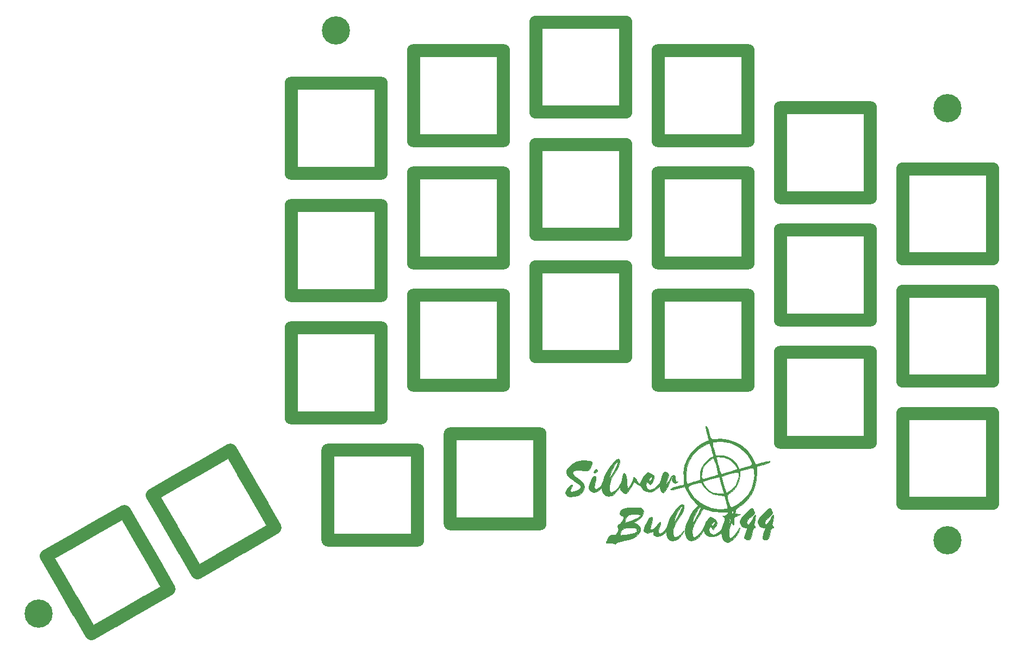
<source format=gtl>
G04 #@! TF.GenerationSoftware,KiCad,Pcbnew,5.1.5+dfsg1-2build2*
G04 #@! TF.CreationDate,2020-09-19T22:34:38+09:00*
G04 #@! TF.ProjectId,toppcb,746f7070-6362-42e6-9b69-6361645f7063,rev?*
G04 #@! TF.SameCoordinates,Original*
G04 #@! TF.FileFunction,Copper,L1,Top*
G04 #@! TF.FilePolarity,Positive*
%FSLAX46Y46*%
G04 Gerber Fmt 4.6, Leading zero omitted, Abs format (unit mm)*
G04 Created by KiCad (PCBNEW 5.1.5+dfsg1-2build2) date 2020-09-19 22:34:38*
%MOMM*%
%LPD*%
G04 APERTURE LIST*
%ADD10C,0.010000*%
%ADD11C,2.000000*%
%ADD12O,2.000000X8.000000*%
%ADD13O,8.000000X2.000000*%
%ADD14C,0.700000*%
%ADD15C,4.400000*%
G04 APERTURE END LIST*
D10*
G36*
X103504614Y-84279014D02*
G01*
X103568548Y-84444285D01*
X103440592Y-84628264D01*
X103207248Y-84801432D01*
X103039729Y-84822074D01*
X102997000Y-84733273D01*
X103065270Y-84560713D01*
X103178950Y-84384023D01*
X103355968Y-84223122D01*
X103504614Y-84279014D01*
G37*
X103504614Y-84279014D02*
X103568548Y-84444285D01*
X103440592Y-84628264D01*
X103207248Y-84801432D01*
X103039729Y-84822074D01*
X102997000Y-84733273D01*
X103065270Y-84560713D01*
X103178950Y-84384023D01*
X103355968Y-84223122D01*
X103504614Y-84279014D01*
G36*
X106867660Y-82629983D02*
G01*
X107051999Y-82815277D01*
X107057017Y-83163627D01*
X106881677Y-83678770D01*
X106524943Y-84364441D01*
X106270666Y-84784445D01*
X105926114Y-85342872D01*
X105696426Y-85754205D01*
X105555975Y-86082956D01*
X105479132Y-86393637D01*
X105440268Y-86750762D01*
X105430918Y-86898268D01*
X105428298Y-87448088D01*
X105508005Y-87765565D01*
X105685291Y-87863341D01*
X105975410Y-87754056D01*
X106241794Y-87570309D01*
X106838243Y-86970684D01*
X107249302Y-86215004D01*
X107451375Y-85492974D01*
X107538117Y-85064260D01*
X107606314Y-84845791D01*
X107683497Y-84798024D01*
X107797199Y-84881419D01*
X107844622Y-84928178D01*
X107981222Y-85134384D01*
X108069238Y-85460838D01*
X108122336Y-85965637D01*
X108133230Y-86155174D01*
X108165126Y-86631313D01*
X108204648Y-87001476D01*
X108244291Y-87198965D01*
X108252174Y-87212508D01*
X108354538Y-87164085D01*
X108523647Y-86949394D01*
X108722025Y-86633800D01*
X108912197Y-86282670D01*
X109056689Y-85961368D01*
X109118026Y-85735260D01*
X109116624Y-85704692D01*
X109134389Y-85493381D01*
X109257794Y-85457800D01*
X109435849Y-85573724D01*
X109617563Y-85816927D01*
X109693981Y-85979000D01*
X109896354Y-86356942D01*
X110098238Y-86482689D01*
X110285982Y-86356810D01*
X110445935Y-85979875D01*
X110448000Y-85972356D01*
X111565394Y-85972356D01*
X111708405Y-86042134D01*
X111872397Y-85934650D01*
X111991477Y-85711321D01*
X112014000Y-85554227D01*
X112014000Y-85287555D01*
X111744587Y-85556967D01*
X111580530Y-85790785D01*
X111565394Y-85972356D01*
X110448000Y-85972356D01*
X110454897Y-85947250D01*
X110644037Y-85504467D01*
X110926771Y-85099144D01*
X110989071Y-85034648D01*
X111243725Y-84805654D01*
X111426223Y-84731834D01*
X111647371Y-84792174D01*
X111827247Y-84875710D01*
X112136312Y-85060732D01*
X112331253Y-85246739D01*
X112349110Y-85280595D01*
X112370026Y-85640219D01*
X112226719Y-86067522D01*
X112033987Y-86366854D01*
X111796752Y-86659827D01*
X111561957Y-86385606D01*
X111366272Y-86211496D01*
X111239862Y-86250305D01*
X111228025Y-86267442D01*
X111129557Y-86634901D01*
X111221973Y-87030103D01*
X111372110Y-87242110D01*
X111598768Y-87405160D01*
X111864815Y-87412178D01*
X112031627Y-87370944D01*
X112364499Y-87212271D01*
X112733683Y-86944365D01*
X113074338Y-86627215D01*
X113321623Y-86320810D01*
X113411000Y-86094809D01*
X113448625Y-85856600D01*
X113544856Y-85481268D01*
X113620792Y-85231583D01*
X113811975Y-84787401D01*
X114024849Y-84591413D01*
X114270813Y-84638025D01*
X114470816Y-84814250D01*
X114618953Y-85012577D01*
X114664978Y-85217334D01*
X114605208Y-85499427D01*
X114435962Y-85929765D01*
X114409698Y-85991071D01*
X114242958Y-86422719D01*
X114197924Y-86640527D01*
X114261654Y-86646031D01*
X114421207Y-86440764D01*
X114663642Y-86026263D01*
X114700866Y-85956533D01*
X114975825Y-85486064D01*
X115196887Y-85228131D01*
X115379500Y-85153500D01*
X115545423Y-85199057D01*
X115633147Y-85377992D01*
X115673069Y-85703836D01*
X115714444Y-86044748D01*
X115791174Y-86183452D01*
X115927069Y-86173224D01*
X116070074Y-86131363D01*
X116022047Y-86211350D01*
X115941797Y-86294303D01*
X115688213Y-86427892D01*
X115452686Y-86355705D01*
X115275053Y-86125032D01*
X115195151Y-85783163D01*
X115231115Y-85450667D01*
X115259830Y-85270554D01*
X115208233Y-85290524D01*
X115098002Y-85478040D01*
X114950818Y-85800560D01*
X114879106Y-85979000D01*
X114537445Y-86808961D01*
X114246863Y-87398188D01*
X114003235Y-87753874D01*
X113802438Y-87883213D01*
X113787245Y-87884000D01*
X113528132Y-87769660D01*
X113345454Y-87473498D01*
X113283999Y-87106588D01*
X113284000Y-86820478D01*
X112934750Y-87146221D01*
X112434090Y-87536847D01*
X111962913Y-87726231D01*
X111649616Y-87757000D01*
X111063714Y-87672853D01*
X110656220Y-87426158D01*
X110471223Y-87122728D01*
X110321277Y-86857295D01*
X110141985Y-86741203D01*
X110135275Y-86741000D01*
X109911784Y-86658158D01*
X109635611Y-86455861D01*
X109605085Y-86427413D01*
X109277771Y-86113827D01*
X108770060Y-87030663D01*
X108464001Y-87542162D01*
X108220183Y-87848031D01*
X108011743Y-87980499D01*
X107971148Y-87989134D01*
X107663892Y-87923629D01*
X107366219Y-87698262D01*
X107153575Y-87392816D01*
X107101408Y-87087070D01*
X107104491Y-87072681D01*
X107142134Y-86887238D01*
X107092681Y-86931742D01*
X107019458Y-87050162D01*
X106852822Y-87280061D01*
X106583340Y-87609001D01*
X106378075Y-87843912D01*
X106068305Y-88162750D01*
X105817956Y-88327297D01*
X105534151Y-88386543D01*
X105338973Y-88392000D01*
X104954797Y-88360699D01*
X104707099Y-88232330D01*
X104529647Y-88023144D01*
X104349177Y-87692856D01*
X104267423Y-87391483D01*
X104267000Y-87374988D01*
X104253854Y-87218304D01*
X104181489Y-87199731D01*
X104000508Y-87331906D01*
X103818080Y-87489843D01*
X103363505Y-87796987D01*
X102950503Y-87866977D01*
X102544623Y-87705016D01*
X102517258Y-87686298D01*
X102294320Y-87414981D01*
X102235000Y-87043092D01*
X102286858Y-86651378D01*
X102420461Y-86200059D01*
X102602848Y-85768336D01*
X102801059Y-85435409D01*
X102966467Y-85285422D01*
X103214938Y-85273343D01*
X103328659Y-85457990D01*
X103293451Y-85812529D01*
X103276481Y-85872057D01*
X103113145Y-86514534D01*
X103062628Y-86984097D01*
X103116473Y-87236821D01*
X103302183Y-87349641D01*
X103559669Y-87274854D01*
X103846990Y-87051977D01*
X104122203Y-86720522D01*
X104343366Y-86320005D01*
X104452921Y-85977730D01*
X104579700Y-85573263D01*
X105412816Y-85573263D01*
X105412823Y-85573515D01*
X105471007Y-85578965D01*
X105620919Y-85399296D01*
X105836313Y-85074330D01*
X106090945Y-84643891D01*
X106358570Y-84147800D01*
X106379988Y-84106013D01*
X106609948Y-83612050D01*
X106727404Y-83265398D01*
X106733015Y-83085526D01*
X106627438Y-83091906D01*
X106411332Y-83304010D01*
X106355176Y-83372493D01*
X106194950Y-83629787D01*
X105994064Y-84028809D01*
X105783962Y-84496113D01*
X105596090Y-84958254D01*
X105461893Y-85341786D01*
X105412816Y-85573263D01*
X104579700Y-85573263D01*
X104605324Y-85491516D01*
X104858717Y-84942462D01*
X105183542Y-84371546D01*
X105550242Y-83819746D01*
X105929261Y-83328040D01*
X106291039Y-82937405D01*
X106606021Y-82688818D01*
X106844648Y-82623259D01*
X106867660Y-82629983D01*
G37*
X106867660Y-82629983D02*
X107051999Y-82815277D01*
X107057017Y-83163627D01*
X106881677Y-83678770D01*
X106524943Y-84364441D01*
X106270666Y-84784445D01*
X105926114Y-85342872D01*
X105696426Y-85754205D01*
X105555975Y-86082956D01*
X105479132Y-86393637D01*
X105440268Y-86750762D01*
X105430918Y-86898268D01*
X105428298Y-87448088D01*
X105508005Y-87765565D01*
X105685291Y-87863341D01*
X105975410Y-87754056D01*
X106241794Y-87570309D01*
X106838243Y-86970684D01*
X107249302Y-86215004D01*
X107451375Y-85492974D01*
X107538117Y-85064260D01*
X107606314Y-84845791D01*
X107683497Y-84798024D01*
X107797199Y-84881419D01*
X107844622Y-84928178D01*
X107981222Y-85134384D01*
X108069238Y-85460838D01*
X108122336Y-85965637D01*
X108133230Y-86155174D01*
X108165126Y-86631313D01*
X108204648Y-87001476D01*
X108244291Y-87198965D01*
X108252174Y-87212508D01*
X108354538Y-87164085D01*
X108523647Y-86949394D01*
X108722025Y-86633800D01*
X108912197Y-86282670D01*
X109056689Y-85961368D01*
X109118026Y-85735260D01*
X109116624Y-85704692D01*
X109134389Y-85493381D01*
X109257794Y-85457800D01*
X109435849Y-85573724D01*
X109617563Y-85816927D01*
X109693981Y-85979000D01*
X109896354Y-86356942D01*
X110098238Y-86482689D01*
X110285982Y-86356810D01*
X110445935Y-85979875D01*
X110448000Y-85972356D01*
X111565394Y-85972356D01*
X111708405Y-86042134D01*
X111872397Y-85934650D01*
X111991477Y-85711321D01*
X112014000Y-85554227D01*
X112014000Y-85287555D01*
X111744587Y-85556967D01*
X111580530Y-85790785D01*
X111565394Y-85972356D01*
X110448000Y-85972356D01*
X110454897Y-85947250D01*
X110644037Y-85504467D01*
X110926771Y-85099144D01*
X110989071Y-85034648D01*
X111243725Y-84805654D01*
X111426223Y-84731834D01*
X111647371Y-84792174D01*
X111827247Y-84875710D01*
X112136312Y-85060732D01*
X112331253Y-85246739D01*
X112349110Y-85280595D01*
X112370026Y-85640219D01*
X112226719Y-86067522D01*
X112033987Y-86366854D01*
X111796752Y-86659827D01*
X111561957Y-86385606D01*
X111366272Y-86211496D01*
X111239862Y-86250305D01*
X111228025Y-86267442D01*
X111129557Y-86634901D01*
X111221973Y-87030103D01*
X111372110Y-87242110D01*
X111598768Y-87405160D01*
X111864815Y-87412178D01*
X112031627Y-87370944D01*
X112364499Y-87212271D01*
X112733683Y-86944365D01*
X113074338Y-86627215D01*
X113321623Y-86320810D01*
X113411000Y-86094809D01*
X113448625Y-85856600D01*
X113544856Y-85481268D01*
X113620792Y-85231583D01*
X113811975Y-84787401D01*
X114024849Y-84591413D01*
X114270813Y-84638025D01*
X114470816Y-84814250D01*
X114618953Y-85012577D01*
X114664978Y-85217334D01*
X114605208Y-85499427D01*
X114435962Y-85929765D01*
X114409698Y-85991071D01*
X114242958Y-86422719D01*
X114197924Y-86640527D01*
X114261654Y-86646031D01*
X114421207Y-86440764D01*
X114663642Y-86026263D01*
X114700866Y-85956533D01*
X114975825Y-85486064D01*
X115196887Y-85228131D01*
X115379500Y-85153500D01*
X115545423Y-85199057D01*
X115633147Y-85377992D01*
X115673069Y-85703836D01*
X115714444Y-86044748D01*
X115791174Y-86183452D01*
X115927069Y-86173224D01*
X116070074Y-86131363D01*
X116022047Y-86211350D01*
X115941797Y-86294303D01*
X115688213Y-86427892D01*
X115452686Y-86355705D01*
X115275053Y-86125032D01*
X115195151Y-85783163D01*
X115231115Y-85450667D01*
X115259830Y-85270554D01*
X115208233Y-85290524D01*
X115098002Y-85478040D01*
X114950818Y-85800560D01*
X114879106Y-85979000D01*
X114537445Y-86808961D01*
X114246863Y-87398188D01*
X114003235Y-87753874D01*
X113802438Y-87883213D01*
X113787245Y-87884000D01*
X113528132Y-87769660D01*
X113345454Y-87473498D01*
X113283999Y-87106588D01*
X113284000Y-86820478D01*
X112934750Y-87146221D01*
X112434090Y-87536847D01*
X111962913Y-87726231D01*
X111649616Y-87757000D01*
X111063714Y-87672853D01*
X110656220Y-87426158D01*
X110471223Y-87122728D01*
X110321277Y-86857295D01*
X110141985Y-86741203D01*
X110135275Y-86741000D01*
X109911784Y-86658158D01*
X109635611Y-86455861D01*
X109605085Y-86427413D01*
X109277771Y-86113827D01*
X108770060Y-87030663D01*
X108464001Y-87542162D01*
X108220183Y-87848031D01*
X108011743Y-87980499D01*
X107971148Y-87989134D01*
X107663892Y-87923629D01*
X107366219Y-87698262D01*
X107153575Y-87392816D01*
X107101408Y-87087070D01*
X107104491Y-87072681D01*
X107142134Y-86887238D01*
X107092681Y-86931742D01*
X107019458Y-87050162D01*
X106852822Y-87280061D01*
X106583340Y-87609001D01*
X106378075Y-87843912D01*
X106068305Y-88162750D01*
X105817956Y-88327297D01*
X105534151Y-88386543D01*
X105338973Y-88392000D01*
X104954797Y-88360699D01*
X104707099Y-88232330D01*
X104529647Y-88023144D01*
X104349177Y-87692856D01*
X104267423Y-87391483D01*
X104267000Y-87374988D01*
X104253854Y-87218304D01*
X104181489Y-87199731D01*
X104000508Y-87331906D01*
X103818080Y-87489843D01*
X103363505Y-87796987D01*
X102950503Y-87866977D01*
X102544623Y-87705016D01*
X102517258Y-87686298D01*
X102294320Y-87414981D01*
X102235000Y-87043092D01*
X102286858Y-86651378D01*
X102420461Y-86200059D01*
X102602848Y-85768336D01*
X102801059Y-85435409D01*
X102966467Y-85285422D01*
X103214938Y-85273343D01*
X103328659Y-85457990D01*
X103293451Y-85812529D01*
X103276481Y-85872057D01*
X103113145Y-86514534D01*
X103062628Y-86984097D01*
X103116473Y-87236821D01*
X103302183Y-87349641D01*
X103559669Y-87274854D01*
X103846990Y-87051977D01*
X104122203Y-86720522D01*
X104343366Y-86320005D01*
X104452921Y-85977730D01*
X104579700Y-85573263D01*
X105412816Y-85573263D01*
X105412823Y-85573515D01*
X105471007Y-85578965D01*
X105620919Y-85399296D01*
X105836313Y-85074330D01*
X106090945Y-84643891D01*
X106358570Y-84147800D01*
X106379988Y-84106013D01*
X106609948Y-83612050D01*
X106727404Y-83265398D01*
X106733015Y-83085526D01*
X106627438Y-83091906D01*
X106411332Y-83304010D01*
X106355176Y-83372493D01*
X106194950Y-83629787D01*
X105994064Y-84028809D01*
X105783962Y-84496113D01*
X105596090Y-84958254D01*
X105461893Y-85341786D01*
X105412816Y-85573263D01*
X104579700Y-85573263D01*
X104605324Y-85491516D01*
X104858717Y-84942462D01*
X105183542Y-84371546D01*
X105550242Y-83819746D01*
X105929261Y-83328040D01*
X106291039Y-82937405D01*
X106606021Y-82688818D01*
X106844648Y-82623259D01*
X106867660Y-82629983D01*
G36*
X102134972Y-82899856D02*
G01*
X102499414Y-82969046D01*
X102687271Y-83070598D01*
X102688034Y-83071809D01*
X102708937Y-83296781D01*
X102629671Y-83639685D01*
X102484930Y-84003212D01*
X102309406Y-84290053D01*
X102224554Y-84371822D01*
X101972548Y-84480365D01*
X101635887Y-84470149D01*
X101434447Y-84429816D01*
X100898108Y-84360955D01*
X100367602Y-84381953D01*
X99934356Y-84484415D01*
X99756187Y-84583918D01*
X99645731Y-84763500D01*
X99722767Y-84985419D01*
X100001955Y-85270688D01*
X100488804Y-85634026D01*
X101081142Y-86124966D01*
X101421812Y-86611171D01*
X101512944Y-87098060D01*
X101356665Y-87591052D01*
X101296606Y-87689794D01*
X100950997Y-88078751D01*
X100491122Y-88323360D01*
X99854685Y-88456109D01*
X99819477Y-88460131D01*
X99342346Y-88487304D01*
X99022836Y-88431508D01*
X98837750Y-88330474D01*
X98624792Y-88102000D01*
X98551999Y-87901817D01*
X98626969Y-87660502D01*
X98814726Y-87336762D01*
X99059539Y-87005086D01*
X99305679Y-86739964D01*
X99497417Y-86615886D01*
X99515486Y-86614000D01*
X99672745Y-86669757D01*
X99634351Y-86851046D01*
X99500460Y-87051023D01*
X99309425Y-87396882D01*
X99327575Y-87626369D01*
X99533106Y-87728745D01*
X99904209Y-87693273D01*
X100419081Y-87509214D01*
X100425250Y-87506420D01*
X100778979Y-87304670D01*
X100938877Y-87092668D01*
X100896610Y-86850400D01*
X100643845Y-86557853D01*
X100172248Y-86195013D01*
X99767456Y-85926709D01*
X99280369Y-85559702D01*
X98938332Y-85188857D01*
X98853823Y-85047261D01*
X98729530Y-84738874D01*
X98733498Y-84506474D01*
X98860254Y-84218879D01*
X99219656Y-83753282D01*
X99754715Y-83341530D01*
X100387090Y-83037180D01*
X100733895Y-82937954D01*
X101177037Y-82879160D01*
X101669122Y-82868178D01*
X102134972Y-82899856D01*
G37*
X102134972Y-82899856D02*
X102499414Y-82969046D01*
X102687271Y-83070598D01*
X102688034Y-83071809D01*
X102708937Y-83296781D01*
X102629671Y-83639685D01*
X102484930Y-84003212D01*
X102309406Y-84290053D01*
X102224554Y-84371822D01*
X101972548Y-84480365D01*
X101635887Y-84470149D01*
X101434447Y-84429816D01*
X100898108Y-84360955D01*
X100367602Y-84381953D01*
X99934356Y-84484415D01*
X99756187Y-84583918D01*
X99645731Y-84763500D01*
X99722767Y-84985419D01*
X100001955Y-85270688D01*
X100488804Y-85634026D01*
X101081142Y-86124966D01*
X101421812Y-86611171D01*
X101512944Y-87098060D01*
X101356665Y-87591052D01*
X101296606Y-87689794D01*
X100950997Y-88078751D01*
X100491122Y-88323360D01*
X99854685Y-88456109D01*
X99819477Y-88460131D01*
X99342346Y-88487304D01*
X99022836Y-88431508D01*
X98837750Y-88330474D01*
X98624792Y-88102000D01*
X98551999Y-87901817D01*
X98626969Y-87660502D01*
X98814726Y-87336762D01*
X99059539Y-87005086D01*
X99305679Y-86739964D01*
X99497417Y-86615886D01*
X99515486Y-86614000D01*
X99672745Y-86669757D01*
X99634351Y-86851046D01*
X99500460Y-87051023D01*
X99309425Y-87396882D01*
X99327575Y-87626369D01*
X99533106Y-87728745D01*
X99904209Y-87693273D01*
X100419081Y-87509214D01*
X100425250Y-87506420D01*
X100778979Y-87304670D01*
X100938877Y-87092668D01*
X100896610Y-86850400D01*
X100643845Y-86557853D01*
X100172248Y-86195013D01*
X99767456Y-85926709D01*
X99280369Y-85559702D01*
X98938332Y-85188857D01*
X98853823Y-85047261D01*
X98729530Y-84738874D01*
X98733498Y-84506474D01*
X98860254Y-84218879D01*
X99219656Y-83753282D01*
X99754715Y-83341530D01*
X100387090Y-83037180D01*
X100733895Y-82937954D01*
X101177037Y-82879160D01*
X101669122Y-82868178D01*
X102134972Y-82899856D01*
G36*
X130574625Y-90397048D02*
G01*
X130678531Y-90542650D01*
X130802441Y-90945484D01*
X130691626Y-91287882D01*
X130377556Y-91576574D01*
X130037344Y-91864701D01*
X129765375Y-92193026D01*
X129606021Y-92496545D01*
X129603656Y-92710253D01*
X129603661Y-92710260D01*
X129790899Y-92851749D01*
X130017157Y-92755063D01*
X130268747Y-92430501D01*
X130453703Y-92070801D01*
X130647014Y-91683664D01*
X130818702Y-91410538D01*
X130926778Y-91313000D01*
X130996238Y-91424003D01*
X130984655Y-91723366D01*
X130897446Y-92160615D01*
X130798416Y-92508721D01*
X130748699Y-92837198D01*
X130870823Y-93087302D01*
X130892479Y-93111971D01*
X131029589Y-93284379D01*
X130975778Y-93340352D01*
X130845915Y-93345000D01*
X130657945Y-93407886D01*
X130547509Y-93636258D01*
X130509845Y-93821250D01*
X130381875Y-94482043D01*
X130247440Y-94919389D01*
X130093144Y-95163742D01*
X129905592Y-95245561D01*
X129883280Y-95245960D01*
X129558238Y-95172681D01*
X129399233Y-95086359D01*
X129277542Y-94948462D01*
X129264915Y-94747445D01*
X129345311Y-94423649D01*
X129481073Y-94022517D01*
X129624118Y-93680236D01*
X129649296Y-93630750D01*
X129734774Y-93426477D01*
X129646536Y-93352747D01*
X129449218Y-93343055D01*
X129055855Y-93287259D01*
X128797332Y-93083702D01*
X128670012Y-92877099D01*
X128555406Y-92579895D01*
X128560128Y-92294029D01*
X128702996Y-91970620D01*
X129002829Y-91560785D01*
X129317750Y-91194538D01*
X129779422Y-90706031D01*
X130126394Y-90418136D01*
X130383263Y-90319069D01*
X130574625Y-90397048D01*
G37*
X130574625Y-90397048D02*
X130678531Y-90542650D01*
X130802441Y-90945484D01*
X130691626Y-91287882D01*
X130377556Y-91576574D01*
X130037344Y-91864701D01*
X129765375Y-92193026D01*
X129606021Y-92496545D01*
X129603656Y-92710253D01*
X129603661Y-92710260D01*
X129790899Y-92851749D01*
X130017157Y-92755063D01*
X130268747Y-92430501D01*
X130453703Y-92070801D01*
X130647014Y-91683664D01*
X130818702Y-91410538D01*
X130926778Y-91313000D01*
X130996238Y-91424003D01*
X130984655Y-91723366D01*
X130897446Y-92160615D01*
X130798416Y-92508721D01*
X130748699Y-92837198D01*
X130870823Y-93087302D01*
X130892479Y-93111971D01*
X131029589Y-93284379D01*
X130975778Y-93340352D01*
X130845915Y-93345000D01*
X130657945Y-93407886D01*
X130547509Y-93636258D01*
X130509845Y-93821250D01*
X130381875Y-94482043D01*
X130247440Y-94919389D01*
X130093144Y-95163742D01*
X129905592Y-95245561D01*
X129883280Y-95245960D01*
X129558238Y-95172681D01*
X129399233Y-95086359D01*
X129277542Y-94948462D01*
X129264915Y-94747445D01*
X129345311Y-94423649D01*
X129481073Y-94022517D01*
X129624118Y-93680236D01*
X129649296Y-93630750D01*
X129734774Y-93426477D01*
X129646536Y-93352747D01*
X129449218Y-93343055D01*
X129055855Y-93287259D01*
X128797332Y-93083702D01*
X128670012Y-92877099D01*
X128555406Y-92579895D01*
X128560128Y-92294029D01*
X128702996Y-91970620D01*
X129002829Y-91560785D01*
X129317750Y-91194538D01*
X129779422Y-90706031D01*
X130126394Y-90418136D01*
X130383263Y-90319069D01*
X130574625Y-90397048D01*
G36*
X127783361Y-90399562D02*
G01*
X127884531Y-90542650D01*
X128011521Y-90950738D01*
X127901451Y-91287597D01*
X127584640Y-91558878D01*
X127206650Y-91851051D01*
X126940066Y-92168659D01*
X126802329Y-92466674D01*
X126810877Y-92700068D01*
X126983151Y-92823811D01*
X127091264Y-92832801D01*
X127292351Y-92708011D01*
X127530651Y-92338012D01*
X127659703Y-92070801D01*
X127850632Y-91683943D01*
X128016405Y-91410859D01*
X128116986Y-91313000D01*
X128159896Y-91423487D01*
X128155312Y-91701700D01*
X128112406Y-92067768D01*
X128040350Y-92441818D01*
X127954402Y-92728903D01*
X127948621Y-92946993D01*
X128007341Y-93022149D01*
X128136128Y-93184675D01*
X128074658Y-93320086D01*
X127966633Y-93345000D01*
X127825349Y-93460819D01*
X127715903Y-93763653D01*
X127704477Y-93821250D01*
X127565931Y-94485517D01*
X127425033Y-94925035D01*
X127268960Y-95168835D01*
X127084886Y-95245952D01*
X127075147Y-95245960D01*
X126755875Y-95166405D01*
X126577818Y-95066313D01*
X126459140Y-94958209D01*
X126420932Y-94828442D01*
X126468739Y-94611677D01*
X126608105Y-94242582D01*
X126658305Y-94117852D01*
X126970474Y-93345000D01*
X126635987Y-93343055D01*
X126248773Y-93282904D01*
X125990169Y-93065736D01*
X125876012Y-92877099D01*
X125761933Y-92582536D01*
X125765458Y-92299232D01*
X125905370Y-91978103D01*
X126200450Y-91570065D01*
X126519835Y-91194563D01*
X126981089Y-90702655D01*
X127329645Y-90413725D01*
X127589178Y-90316464D01*
X127783361Y-90399562D01*
G37*
X127783361Y-90399562D02*
X127884531Y-90542650D01*
X128011521Y-90950738D01*
X127901451Y-91287597D01*
X127584640Y-91558878D01*
X127206650Y-91851051D01*
X126940066Y-92168659D01*
X126802329Y-92466674D01*
X126810877Y-92700068D01*
X126983151Y-92823811D01*
X127091264Y-92832801D01*
X127292351Y-92708011D01*
X127530651Y-92338012D01*
X127659703Y-92070801D01*
X127850632Y-91683943D01*
X128016405Y-91410859D01*
X128116986Y-91313000D01*
X128159896Y-91423487D01*
X128155312Y-91701700D01*
X128112406Y-92067768D01*
X128040350Y-92441818D01*
X127954402Y-92728903D01*
X127948621Y-92946993D01*
X128007341Y-93022149D01*
X128136128Y-93184675D01*
X128074658Y-93320086D01*
X127966633Y-93345000D01*
X127825349Y-93460819D01*
X127715903Y-93763653D01*
X127704477Y-93821250D01*
X127565931Y-94485517D01*
X127425033Y-94925035D01*
X127268960Y-95168835D01*
X127084886Y-95245952D01*
X127075147Y-95245960D01*
X126755875Y-95166405D01*
X126577818Y-95066313D01*
X126459140Y-94958209D01*
X126420932Y-94828442D01*
X126468739Y-94611677D01*
X126608105Y-94242582D01*
X126658305Y-94117852D01*
X126970474Y-93345000D01*
X126635987Y-93343055D01*
X126248773Y-93282904D01*
X125990169Y-93065736D01*
X125876012Y-92877099D01*
X125761933Y-92582536D01*
X125765458Y-92299232D01*
X125905370Y-91978103D01*
X126200450Y-91570065D01*
X126519835Y-91194563D01*
X126981089Y-90702655D01*
X127329645Y-90413725D01*
X127589178Y-90316464D01*
X127783361Y-90399562D01*
G36*
X117019623Y-89829526D02*
G01*
X117058163Y-90146031D01*
X116911025Y-90630729D01*
X116578792Y-91281685D01*
X116071344Y-92083258D01*
X115791400Y-92548522D01*
X115557243Y-93029149D01*
X115443880Y-93341730D01*
X115368454Y-93804090D01*
X115373213Y-94259468D01*
X115450647Y-94625195D01*
X115577235Y-94809971D01*
X115767827Y-94798403D01*
X116065087Y-94656597D01*
X116394526Y-94432354D01*
X116681654Y-94173477D01*
X116800188Y-94025170D01*
X116960888Y-93825084D01*
X117061557Y-93778224D01*
X117038257Y-93917069D01*
X116882817Y-94178347D01*
X116639467Y-94501701D01*
X116352433Y-94826778D01*
X116149708Y-95022588D01*
X115688197Y-95305805D01*
X115216793Y-95381597D01*
X114792996Y-95249245D01*
X114563217Y-95042372D01*
X114375233Y-94693345D01*
X114300000Y-94343076D01*
X114300000Y-93978406D01*
X113772945Y-94360203D01*
X113278514Y-94638926D01*
X112845517Y-94735362D01*
X112510352Y-94654792D01*
X112309414Y-94402497D01*
X112268000Y-94141838D01*
X112253044Y-93949827D01*
X112161585Y-93916792D01*
X111923737Y-94024539D01*
X111888095Y-94042933D01*
X111462278Y-94172147D01*
X111093275Y-94122295D01*
X110845089Y-93908703D01*
X110794007Y-93780954D01*
X110814421Y-93501774D01*
X110945858Y-93092259D01*
X111151608Y-92628697D01*
X111394965Y-92187373D01*
X111639221Y-91844574D01*
X111794344Y-91702024D01*
X112035226Y-91608473D01*
X112151156Y-91713068D01*
X112143953Y-92024200D01*
X112015436Y-92550257D01*
X111993823Y-92622089D01*
X111873614Y-93056267D01*
X111804434Y-93389131D01*
X111800029Y-93553379D01*
X111802829Y-93557162D01*
X112011217Y-93605078D01*
X112306073Y-93488278D01*
X112620550Y-93244558D01*
X112856135Y-92961640D01*
X113136786Y-92582609D01*
X113316956Y-92434726D01*
X113389323Y-92512838D01*
X113346564Y-92811794D01*
X113220500Y-93218000D01*
X113066626Y-93733440D01*
X113043839Y-94055887D01*
X113153681Y-94210829D01*
X113281996Y-94234000D01*
X113630850Y-94119541D01*
X113980485Y-93815225D01*
X114278853Y-93379636D01*
X114466669Y-92900500D01*
X114660099Y-92335949D01*
X114672730Y-92309494D01*
X115466791Y-92309494D01*
X115472626Y-92451103D01*
X115570918Y-92402169D01*
X115749636Y-92172201D01*
X115996745Y-91770704D01*
X116300212Y-91207187D01*
X116465481Y-90875533D01*
X116642979Y-90483700D01*
X116751956Y-90188779D01*
X116769102Y-90056768D01*
X116636193Y-90078667D01*
X116431828Y-90284925D01*
X116189973Y-90628815D01*
X115944595Y-91063608D01*
X115780627Y-91416621D01*
X115565447Y-91967835D01*
X115466791Y-92309494D01*
X114672730Y-92309494D01*
X114946407Y-91736300D01*
X115295163Y-91143608D01*
X115675932Y-90599929D01*
X116058284Y-90147318D01*
X116411785Y-89827830D01*
X116706003Y-89683521D01*
X116794821Y-89683149D01*
X117019623Y-89829526D01*
G37*
X117019623Y-89829526D02*
X117058163Y-90146031D01*
X116911025Y-90630729D01*
X116578792Y-91281685D01*
X116071344Y-92083258D01*
X115791400Y-92548522D01*
X115557243Y-93029149D01*
X115443880Y-93341730D01*
X115368454Y-93804090D01*
X115373213Y-94259468D01*
X115450647Y-94625195D01*
X115577235Y-94809971D01*
X115767827Y-94798403D01*
X116065087Y-94656597D01*
X116394526Y-94432354D01*
X116681654Y-94173477D01*
X116800188Y-94025170D01*
X116960888Y-93825084D01*
X117061557Y-93778224D01*
X117038257Y-93917069D01*
X116882817Y-94178347D01*
X116639467Y-94501701D01*
X116352433Y-94826778D01*
X116149708Y-95022588D01*
X115688197Y-95305805D01*
X115216793Y-95381597D01*
X114792996Y-95249245D01*
X114563217Y-95042372D01*
X114375233Y-94693345D01*
X114300000Y-94343076D01*
X114300000Y-93978406D01*
X113772945Y-94360203D01*
X113278514Y-94638926D01*
X112845517Y-94735362D01*
X112510352Y-94654792D01*
X112309414Y-94402497D01*
X112268000Y-94141838D01*
X112253044Y-93949827D01*
X112161585Y-93916792D01*
X111923737Y-94024539D01*
X111888095Y-94042933D01*
X111462278Y-94172147D01*
X111093275Y-94122295D01*
X110845089Y-93908703D01*
X110794007Y-93780954D01*
X110814421Y-93501774D01*
X110945858Y-93092259D01*
X111151608Y-92628697D01*
X111394965Y-92187373D01*
X111639221Y-91844574D01*
X111794344Y-91702024D01*
X112035226Y-91608473D01*
X112151156Y-91713068D01*
X112143953Y-92024200D01*
X112015436Y-92550257D01*
X111993823Y-92622089D01*
X111873614Y-93056267D01*
X111804434Y-93389131D01*
X111800029Y-93553379D01*
X111802829Y-93557162D01*
X112011217Y-93605078D01*
X112306073Y-93488278D01*
X112620550Y-93244558D01*
X112856135Y-92961640D01*
X113136786Y-92582609D01*
X113316956Y-92434726D01*
X113389323Y-92512838D01*
X113346564Y-92811794D01*
X113220500Y-93218000D01*
X113066626Y-93733440D01*
X113043839Y-94055887D01*
X113153681Y-94210829D01*
X113281996Y-94234000D01*
X113630850Y-94119541D01*
X113980485Y-93815225D01*
X114278853Y-93379636D01*
X114466669Y-92900500D01*
X114660099Y-92335949D01*
X114672730Y-92309494D01*
X115466791Y-92309494D01*
X115472626Y-92451103D01*
X115570918Y-92402169D01*
X115749636Y-92172201D01*
X115996745Y-91770704D01*
X116300212Y-91207187D01*
X116465481Y-90875533D01*
X116642979Y-90483700D01*
X116751956Y-90188779D01*
X116769102Y-90056768D01*
X116636193Y-90078667D01*
X116431828Y-90284925D01*
X116189973Y-90628815D01*
X115944595Y-91063608D01*
X115780627Y-91416621D01*
X115565447Y-91967835D01*
X115466791Y-92309494D01*
X114672730Y-92309494D01*
X114946407Y-91736300D01*
X115295163Y-91143608D01*
X115675932Y-90599929D01*
X116058284Y-90147318D01*
X116411785Y-89827830D01*
X116706003Y-89683521D01*
X116794821Y-89683149D01*
X117019623Y-89829526D01*
G36*
X120588736Y-77583830D02*
G01*
X120733112Y-77883725D01*
X120837954Y-78200250D01*
X121007952Y-78794044D01*
X121131078Y-79183839D01*
X121227378Y-79410658D01*
X121316897Y-79515530D01*
X121419682Y-79539479D01*
X121489168Y-79533017D01*
X121729953Y-79515937D01*
X122140375Y-79501213D01*
X122636074Y-79491788D01*
X122687993Y-79491241D01*
X123841488Y-79602552D01*
X124934748Y-79944694D01*
X125933977Y-80495877D01*
X126805380Y-81234312D01*
X127515161Y-82138208D01*
X127893079Y-82847144D01*
X128055136Y-83183622D01*
X128183797Y-83398029D01*
X128228915Y-83439000D01*
X128377813Y-83407593D01*
X128708328Y-83324102D01*
X129157401Y-83204618D01*
X129303447Y-83164808D01*
X129775918Y-83047503D01*
X130150680Y-82977180D01*
X130364391Y-82964966D01*
X130387641Y-82974308D01*
X130429011Y-83063896D01*
X130341128Y-83153922D01*
X130090423Y-83260699D01*
X129643325Y-83400538D01*
X129323815Y-83491251D01*
X128333500Y-83767300D01*
X128377856Y-84725604D01*
X128321145Y-85894954D01*
X128054295Y-87013843D01*
X127596354Y-88044232D01*
X126966368Y-88948083D01*
X126183384Y-89687359D01*
X125747097Y-89979500D01*
X125390700Y-90223078D01*
X125156556Y-90449077D01*
X125097520Y-90572362D01*
X125049159Y-90886211D01*
X125017912Y-90985112D01*
X125014901Y-91112714D01*
X125167906Y-91175321D01*
X125494162Y-91194595D01*
X125786858Y-91210949D01*
X125867883Y-91254514D01*
X125726890Y-91335452D01*
X125353530Y-91463929D01*
X125158500Y-91524307D01*
X124928819Y-91625921D01*
X124813273Y-91792634D01*
X124794424Y-92084652D01*
X124854835Y-92562181D01*
X124855925Y-92569000D01*
X124839694Y-92820443D01*
X124755542Y-92925569D01*
X124624811Y-92861702D01*
X124558936Y-92685569D01*
X124517740Y-92532474D01*
X124450205Y-92560538D01*
X124325368Y-92793186D01*
X124274848Y-92900500D01*
X124133139Y-93315965D01*
X124047152Y-93791575D01*
X124018607Y-94260451D01*
X124049219Y-94655712D01*
X124140709Y-94910481D01*
X124221749Y-94967402D01*
X124456241Y-94901271D01*
X124759225Y-94666476D01*
X125077819Y-94317477D01*
X125359140Y-93908733D01*
X125483293Y-93668216D01*
X125631000Y-93381231D01*
X125708501Y-93312378D01*
X125708872Y-93433796D01*
X125625189Y-93717626D01*
X125546001Y-93920529D01*
X125230393Y-94510109D01*
X124829100Y-95018589D01*
X124389937Y-95399611D01*
X123960716Y-95606815D01*
X123781876Y-95631000D01*
X123554949Y-95555766D01*
X123310557Y-95397320D01*
X123060627Y-95045562D01*
X122947237Y-94623198D01*
X122872500Y-94082756D01*
X122518855Y-94361552D01*
X122060964Y-94608028D01*
X121543398Y-94712193D01*
X121033267Y-94680622D01*
X120597678Y-94519889D01*
X120303740Y-94236568D01*
X120257407Y-94140009D01*
X120193706Y-93865918D01*
X120212086Y-93715342D01*
X120240325Y-93604476D01*
X120226234Y-93599000D01*
X120132189Y-93696766D01*
X119949038Y-93949497D01*
X119778209Y-94207181D01*
X119279053Y-94845447D01*
X118760967Y-95236290D01*
X118228136Y-95376612D01*
X118198325Y-95377000D01*
X117760832Y-95282139D01*
X117453280Y-94988229D01*
X117263932Y-94481282D01*
X117217672Y-94208063D01*
X117210114Y-94047094D01*
X118271700Y-94047094D01*
X118346369Y-94519750D01*
X118466107Y-94768376D01*
X118605572Y-94847816D01*
X118834852Y-94767480D01*
X119089167Y-94619483D01*
X119545558Y-94222472D01*
X119943430Y-93657245D01*
X120224683Y-93009585D01*
X120257507Y-92894451D01*
X120294812Y-92807888D01*
X121343470Y-92807888D01*
X121353324Y-92971806D01*
X121469390Y-93037130D01*
X121644255Y-92893856D01*
X121685555Y-92844387D01*
X121828948Y-92599144D01*
X121840407Y-92429961D01*
X121705880Y-92412930D01*
X121508175Y-92557379D01*
X121343470Y-92807888D01*
X120294812Y-92807888D01*
X120444906Y-92459615D01*
X120730710Y-92058936D01*
X120780996Y-92007670D01*
X121170044Y-91634939D01*
X121640272Y-91886719D01*
X122023405Y-92200365D01*
X122168478Y-92585587D01*
X122070380Y-93012719D01*
X121881904Y-93289416D01*
X121575972Y-93645084D01*
X121341067Y-93370734D01*
X121145325Y-93196544D01*
X121018893Y-93235265D01*
X121007025Y-93252442D01*
X120909221Y-93622560D01*
X121034328Y-94011118D01*
X121206445Y-94219856D01*
X121428121Y-94400165D01*
X121621034Y-94431471D01*
X121908341Y-94330336D01*
X121936695Y-94318063D01*
X122480895Y-94001438D01*
X122872384Y-93566967D01*
X123154297Y-92959915D01*
X123245974Y-92656765D01*
X123288502Y-92493941D01*
X124051909Y-92493941D01*
X124059784Y-92642107D01*
X124082989Y-92644034D01*
X124180693Y-92485776D01*
X124271203Y-92194235D01*
X124271814Y-92191462D01*
X124321868Y-91857756D01*
X124292361Y-91754109D01*
X124209645Y-91879716D01*
X124109365Y-92196430D01*
X124051909Y-92493941D01*
X123288502Y-92493941D01*
X123363093Y-92208363D01*
X123411053Y-91938986D01*
X123389315Y-91783107D01*
X123297343Y-91675194D01*
X123237533Y-91628330D01*
X123077355Y-91492535D01*
X123134912Y-91449125D01*
X123276178Y-91444039D01*
X123554941Y-91364012D01*
X123814069Y-91182645D01*
X123948941Y-90976895D01*
X123951992Y-90946990D01*
X124460000Y-90946990D01*
X124510104Y-91117827D01*
X124587000Y-91122500D01*
X124692605Y-90943887D01*
X124714000Y-90790009D01*
X124663895Y-90619172D01*
X124587000Y-90614500D01*
X124481394Y-90793112D01*
X124460000Y-90946990D01*
X123951992Y-90946990D01*
X123952000Y-90946921D01*
X123834087Y-90906770D01*
X123516646Y-90874587D01*
X123054120Y-90854623D01*
X122713750Y-90850236D01*
X122024917Y-90833843D01*
X121484802Y-90774601D01*
X120989111Y-90652097D01*
X120433555Y-90445918D01*
X120245205Y-90367071D01*
X120081746Y-90365186D01*
X119916006Y-90535148D01*
X119751079Y-90826215D01*
X119526130Y-91231068D01*
X119226285Y-91723342D01*
X118973537Y-92110954D01*
X118598165Y-92777098D01*
X118359073Y-93442243D01*
X118271700Y-94047094D01*
X117210114Y-94047094D01*
X117193325Y-93689525D01*
X117281953Y-93196107D01*
X117399700Y-92845555D01*
X117622112Y-92316978D01*
X118384182Y-92316978D01*
X118392869Y-92453232D01*
X118500084Y-92388310D01*
X118696018Y-92128291D01*
X118970862Y-91679256D01*
X119314806Y-91047284D01*
X119323023Y-91031471D01*
X119500939Y-90648274D01*
X119613480Y-90328057D01*
X119634000Y-90208858D01*
X119581965Y-90096983D01*
X119444464Y-90176258D01*
X119249401Y-90410535D01*
X119024680Y-90763669D01*
X118798205Y-91199513D01*
X118701627Y-91416621D01*
X118483831Y-91973467D01*
X118384182Y-92316978D01*
X117622112Y-92316978D01*
X117699060Y-92134107D01*
X118049888Y-91438047D01*
X118414560Y-90824000D01*
X118755456Y-90358591D01*
X118877870Y-90227875D01*
X119244183Y-89876925D01*
X118552720Y-89130063D01*
X118156534Y-88652041D01*
X117782839Y-88117087D01*
X117512810Y-87641539D01*
X117194793Y-86964648D01*
X117671885Y-86964648D01*
X117732321Y-87233646D01*
X117946417Y-87644930D01*
X118058426Y-87840962D01*
X118663520Y-88661307D01*
X119445339Y-89361449D01*
X120353126Y-89914778D01*
X121336121Y-90294687D01*
X122343567Y-90474565D01*
X123063000Y-90464514D01*
X123442332Y-90418779D01*
X123721386Y-90373995D01*
X123780369Y-90359948D01*
X123833713Y-90241312D01*
X123796408Y-89932032D01*
X123665657Y-89411409D01*
X123640081Y-89321678D01*
X123389220Y-88451006D01*
X123796195Y-88451006D01*
X123833929Y-88805901D01*
X123967468Y-89323763D01*
X124015738Y-89491117D01*
X124138755Y-89884818D01*
X124242769Y-90084273D01*
X124373242Y-90140920D01*
X124562286Y-90109510D01*
X124865749Y-89992451D01*
X125264426Y-89786369D01*
X125498028Y-89646008D01*
X126356777Y-88959933D01*
X127057981Y-88118457D01*
X127579537Y-87164789D01*
X127899344Y-86142142D01*
X127995301Y-85093728D01*
X127978580Y-84796284D01*
X127932709Y-84387740D01*
X127883141Y-84093140D01*
X127849703Y-83992370D01*
X127707600Y-83995537D01*
X127382390Y-84057440D01*
X126934837Y-84165799D01*
X126759070Y-84212828D01*
X125730000Y-84494848D01*
X125730000Y-85222422D01*
X125608489Y-86080021D01*
X125257768Y-86853333D01*
X124698553Y-87503378D01*
X124391833Y-87740272D01*
X124061747Y-87980576D01*
X123867667Y-88196693D01*
X123796195Y-88451006D01*
X123389220Y-88451006D01*
X123353923Y-88328500D01*
X122535597Y-88256906D01*
X121615841Y-88066876D01*
X120843650Y-87670317D01*
X120217947Y-87066668D01*
X120192633Y-87033860D01*
X119951504Y-86701246D01*
X119780288Y-86435422D01*
X119734078Y-86342736D01*
X119642711Y-86279379D01*
X119410064Y-86291058D01*
X118999010Y-86382461D01*
X118638913Y-86481045D01*
X118102544Y-86641379D01*
X117787747Y-86784903D01*
X117671885Y-86964648D01*
X117194793Y-86964648D01*
X117164362Y-86899877D01*
X116271931Y-87143362D01*
X115799002Y-87273190D01*
X115401848Y-87383644D01*
X115163199Y-87451706D01*
X115157250Y-87453482D01*
X114969300Y-87437603D01*
X114935000Y-87347398D01*
X115049267Y-87213052D01*
X115347936Y-87073710D01*
X115538250Y-87015510D01*
X116010828Y-86890758D01*
X116468173Y-86769937D01*
X116593441Y-86736820D01*
X117045383Y-86617300D01*
X116991087Y-85481652D01*
X116983755Y-85117743D01*
X117349734Y-85117743D01*
X117364770Y-85586119D01*
X117402237Y-86014160D01*
X117453713Y-86334900D01*
X117510776Y-86481376D01*
X117521562Y-86483978D01*
X117642138Y-86449520D01*
X117948666Y-86360340D01*
X118383384Y-86233260D01*
X118554500Y-86183127D01*
X118689951Y-86143421D01*
X119892780Y-86143421D01*
X120176140Y-86648229D01*
X120499518Y-87069936D01*
X120959461Y-87489678D01*
X121453365Y-87819965D01*
X121666000Y-87918638D01*
X121893994Y-87960619D01*
X122276486Y-87991266D01*
X122571084Y-88000973D01*
X123285668Y-88011000D01*
X122906597Y-86697128D01*
X122534050Y-85405872D01*
X122880782Y-85405872D01*
X122933742Y-85687498D01*
X123026419Y-85985887D01*
X123160647Y-86434146D01*
X123308190Y-86937921D01*
X123315518Y-86963250D01*
X123450543Y-87402985D01*
X123565486Y-87728458D01*
X123638864Y-87879849D01*
X123646184Y-87884000D01*
X123793020Y-87831110D01*
X124053556Y-87704838D01*
X124639628Y-87266827D01*
X125117531Y-86651959D01*
X125441498Y-85929593D01*
X125547095Y-85441438D01*
X125579499Y-85047645D01*
X125535438Y-84803661D01*
X125378297Y-84694215D01*
X125071462Y-84704038D01*
X124578317Y-84817858D01*
X124262309Y-84905622D01*
X123746579Y-85052975D01*
X123316479Y-85177441D01*
X123035835Y-85260477D01*
X122972351Y-85280377D01*
X122880782Y-85405872D01*
X122534050Y-85405872D01*
X122527525Y-85383257D01*
X121210152Y-85763339D01*
X119892780Y-86143421D01*
X118689951Y-86143421D01*
X119570500Y-85885298D01*
X119529077Y-85426422D01*
X119535178Y-85329863D01*
X119767316Y-85329863D01*
X119788151Y-85573413D01*
X119895462Y-85696984D01*
X120126619Y-85712376D01*
X120518994Y-85631388D01*
X121109957Y-85465819D01*
X121268769Y-85419669D01*
X121749088Y-85276013D01*
X122127182Y-85155381D01*
X122343492Y-85077083D01*
X122371073Y-85062260D01*
X122363567Y-84924353D01*
X122298155Y-84607585D01*
X122192185Y-84175690D01*
X122063004Y-83692401D01*
X121927962Y-83221454D01*
X121804407Y-82826581D01*
X121709687Y-82571517D01*
X121677867Y-82515584D01*
X121521327Y-82518267D01*
X121249416Y-82666928D01*
X120916563Y-82918646D01*
X120577200Y-83230501D01*
X120285759Y-83559571D01*
X120196672Y-83683559D01*
X119921637Y-84271089D01*
X119795585Y-84954536D01*
X119767316Y-85329863D01*
X119535178Y-85329863D01*
X119576099Y-84682314D01*
X119822774Y-83924584D01*
X120235750Y-83240723D01*
X120458179Y-82989136D01*
X120811780Y-82675172D01*
X121151105Y-82438412D01*
X121284251Y-82377513D01*
X122047000Y-82377513D01*
X122079586Y-82550042D01*
X122165445Y-82888284D01*
X122286723Y-83330668D01*
X122425568Y-83815623D01*
X122564129Y-84281577D01*
X122684553Y-84666961D01*
X122768987Y-84910202D01*
X122796646Y-84963000D01*
X122934604Y-84932075D01*
X123263243Y-84848648D01*
X123728106Y-84726737D01*
X124100186Y-84627412D01*
X124685460Y-84454662D01*
X125104875Y-84298487D01*
X125324447Y-84172444D01*
X125349000Y-84129285D01*
X125254787Y-83867320D01*
X125009609Y-83520093D01*
X124669655Y-83149319D01*
X124291114Y-82816716D01*
X123952000Y-82594878D01*
X123610928Y-82464880D01*
X123188767Y-82363680D01*
X122753688Y-82299058D01*
X122373863Y-82278792D01*
X122117463Y-82310661D01*
X122047000Y-82377513D01*
X121284251Y-82377513D01*
X121348382Y-82348181D01*
X121572104Y-82240346D01*
X121623677Y-82114891D01*
X121562454Y-81921494D01*
X121458744Y-81562767D01*
X121343218Y-81146310D01*
X121216496Y-80713628D01*
X121102458Y-80380249D01*
X121057635Y-80284779D01*
X121480108Y-80284779D01*
X121544165Y-80626513D01*
X121667684Y-81102916D01*
X121942458Y-82105544D01*
X122496458Y-82061482D01*
X123231544Y-82115398D01*
X123964859Y-82365556D01*
X124632201Y-82774078D01*
X125169370Y-83303087D01*
X125475670Y-83819203D01*
X125587843Y-84078555D01*
X125648532Y-84197174D01*
X125650157Y-84197978D01*
X125770343Y-84163164D01*
X126076378Y-84073024D01*
X126510626Y-83944554D01*
X126682500Y-83893601D01*
X127198109Y-83735385D01*
X127500109Y-83600613D01*
X127617255Y-83436724D01*
X127578299Y-83191158D01*
X127411994Y-82811353D01*
X127348050Y-82677000D01*
X126932153Y-82022302D01*
X126336322Y-81375307D01*
X125628394Y-80799627D01*
X124876205Y-80358874D01*
X124875776Y-80358673D01*
X124384254Y-80147753D01*
X123948181Y-80018553D01*
X123462062Y-79947624D01*
X122872500Y-79913400D01*
X122344073Y-79906587D01*
X121903453Y-79924480D01*
X121618798Y-79963325D01*
X121561205Y-79985614D01*
X121487389Y-80087944D01*
X121480108Y-80284779D01*
X121057635Y-80284779D01*
X121028951Y-80223685D01*
X120857057Y-80204789D01*
X120540008Y-80312564D01*
X120133433Y-80518113D01*
X119692962Y-80792540D01*
X119274225Y-81106947D01*
X119190413Y-81178727D01*
X118407006Y-82023912D01*
X117828151Y-82986461D01*
X117470261Y-84031253D01*
X117349734Y-85117743D01*
X116983755Y-85117743D01*
X116977347Y-84799743D01*
X117019617Y-84252406D01*
X117130146Y-83724014D01*
X117204894Y-83463332D01*
X117612559Y-82496230D01*
X118207071Y-81599434D01*
X118943842Y-80822784D01*
X119778284Y-80216121D01*
X120364250Y-79931730D01*
X120686025Y-79789622D01*
X120879142Y-79671959D01*
X120904000Y-79636973D01*
X120870722Y-79484101D01*
X120781995Y-79149629D01*
X120654477Y-78695505D01*
X120601285Y-78511227D01*
X120456945Y-77981028D01*
X120395200Y-77654759D01*
X120411523Y-77497759D01*
X120465273Y-77470000D01*
X120588736Y-77583830D01*
G37*
X120588736Y-77583830D02*
X120733112Y-77883725D01*
X120837954Y-78200250D01*
X121007952Y-78794044D01*
X121131078Y-79183839D01*
X121227378Y-79410658D01*
X121316897Y-79515530D01*
X121419682Y-79539479D01*
X121489168Y-79533017D01*
X121729953Y-79515937D01*
X122140375Y-79501213D01*
X122636074Y-79491788D01*
X122687993Y-79491241D01*
X123841488Y-79602552D01*
X124934748Y-79944694D01*
X125933977Y-80495877D01*
X126805380Y-81234312D01*
X127515161Y-82138208D01*
X127893079Y-82847144D01*
X128055136Y-83183622D01*
X128183797Y-83398029D01*
X128228915Y-83439000D01*
X128377813Y-83407593D01*
X128708328Y-83324102D01*
X129157401Y-83204618D01*
X129303447Y-83164808D01*
X129775918Y-83047503D01*
X130150680Y-82977180D01*
X130364391Y-82964966D01*
X130387641Y-82974308D01*
X130429011Y-83063896D01*
X130341128Y-83153922D01*
X130090423Y-83260699D01*
X129643325Y-83400538D01*
X129323815Y-83491251D01*
X128333500Y-83767300D01*
X128377856Y-84725604D01*
X128321145Y-85894954D01*
X128054295Y-87013843D01*
X127596354Y-88044232D01*
X126966368Y-88948083D01*
X126183384Y-89687359D01*
X125747097Y-89979500D01*
X125390700Y-90223078D01*
X125156556Y-90449077D01*
X125097520Y-90572362D01*
X125049159Y-90886211D01*
X125017912Y-90985112D01*
X125014901Y-91112714D01*
X125167906Y-91175321D01*
X125494162Y-91194595D01*
X125786858Y-91210949D01*
X125867883Y-91254514D01*
X125726890Y-91335452D01*
X125353530Y-91463929D01*
X125158500Y-91524307D01*
X124928819Y-91625921D01*
X124813273Y-91792634D01*
X124794424Y-92084652D01*
X124854835Y-92562181D01*
X124855925Y-92569000D01*
X124839694Y-92820443D01*
X124755542Y-92925569D01*
X124624811Y-92861702D01*
X124558936Y-92685569D01*
X124517740Y-92532474D01*
X124450205Y-92560538D01*
X124325368Y-92793186D01*
X124274848Y-92900500D01*
X124133139Y-93315965D01*
X124047152Y-93791575D01*
X124018607Y-94260451D01*
X124049219Y-94655712D01*
X124140709Y-94910481D01*
X124221749Y-94967402D01*
X124456241Y-94901271D01*
X124759225Y-94666476D01*
X125077819Y-94317477D01*
X125359140Y-93908733D01*
X125483293Y-93668216D01*
X125631000Y-93381231D01*
X125708501Y-93312378D01*
X125708872Y-93433796D01*
X125625189Y-93717626D01*
X125546001Y-93920529D01*
X125230393Y-94510109D01*
X124829100Y-95018589D01*
X124389937Y-95399611D01*
X123960716Y-95606815D01*
X123781876Y-95631000D01*
X123554949Y-95555766D01*
X123310557Y-95397320D01*
X123060627Y-95045562D01*
X122947237Y-94623198D01*
X122872500Y-94082756D01*
X122518855Y-94361552D01*
X122060964Y-94608028D01*
X121543398Y-94712193D01*
X121033267Y-94680622D01*
X120597678Y-94519889D01*
X120303740Y-94236568D01*
X120257407Y-94140009D01*
X120193706Y-93865918D01*
X120212086Y-93715342D01*
X120240325Y-93604476D01*
X120226234Y-93599000D01*
X120132189Y-93696766D01*
X119949038Y-93949497D01*
X119778209Y-94207181D01*
X119279053Y-94845447D01*
X118760967Y-95236290D01*
X118228136Y-95376612D01*
X118198325Y-95377000D01*
X117760832Y-95282139D01*
X117453280Y-94988229D01*
X117263932Y-94481282D01*
X117217672Y-94208063D01*
X117210114Y-94047094D01*
X118271700Y-94047094D01*
X118346369Y-94519750D01*
X118466107Y-94768376D01*
X118605572Y-94847816D01*
X118834852Y-94767480D01*
X119089167Y-94619483D01*
X119545558Y-94222472D01*
X119943430Y-93657245D01*
X120224683Y-93009585D01*
X120257507Y-92894451D01*
X120294812Y-92807888D01*
X121343470Y-92807888D01*
X121353324Y-92971806D01*
X121469390Y-93037130D01*
X121644255Y-92893856D01*
X121685555Y-92844387D01*
X121828948Y-92599144D01*
X121840407Y-92429961D01*
X121705880Y-92412930D01*
X121508175Y-92557379D01*
X121343470Y-92807888D01*
X120294812Y-92807888D01*
X120444906Y-92459615D01*
X120730710Y-92058936D01*
X120780996Y-92007670D01*
X121170044Y-91634939D01*
X121640272Y-91886719D01*
X122023405Y-92200365D01*
X122168478Y-92585587D01*
X122070380Y-93012719D01*
X121881904Y-93289416D01*
X121575972Y-93645084D01*
X121341067Y-93370734D01*
X121145325Y-93196544D01*
X121018893Y-93235265D01*
X121007025Y-93252442D01*
X120909221Y-93622560D01*
X121034328Y-94011118D01*
X121206445Y-94219856D01*
X121428121Y-94400165D01*
X121621034Y-94431471D01*
X121908341Y-94330336D01*
X121936695Y-94318063D01*
X122480895Y-94001438D01*
X122872384Y-93566967D01*
X123154297Y-92959915D01*
X123245974Y-92656765D01*
X123288502Y-92493941D01*
X124051909Y-92493941D01*
X124059784Y-92642107D01*
X124082989Y-92644034D01*
X124180693Y-92485776D01*
X124271203Y-92194235D01*
X124271814Y-92191462D01*
X124321868Y-91857756D01*
X124292361Y-91754109D01*
X124209645Y-91879716D01*
X124109365Y-92196430D01*
X124051909Y-92493941D01*
X123288502Y-92493941D01*
X123363093Y-92208363D01*
X123411053Y-91938986D01*
X123389315Y-91783107D01*
X123297343Y-91675194D01*
X123237533Y-91628330D01*
X123077355Y-91492535D01*
X123134912Y-91449125D01*
X123276178Y-91444039D01*
X123554941Y-91364012D01*
X123814069Y-91182645D01*
X123948941Y-90976895D01*
X123951992Y-90946990D01*
X124460000Y-90946990D01*
X124510104Y-91117827D01*
X124587000Y-91122500D01*
X124692605Y-90943887D01*
X124714000Y-90790009D01*
X124663895Y-90619172D01*
X124587000Y-90614500D01*
X124481394Y-90793112D01*
X124460000Y-90946990D01*
X123951992Y-90946990D01*
X123952000Y-90946921D01*
X123834087Y-90906770D01*
X123516646Y-90874587D01*
X123054120Y-90854623D01*
X122713750Y-90850236D01*
X122024917Y-90833843D01*
X121484802Y-90774601D01*
X120989111Y-90652097D01*
X120433555Y-90445918D01*
X120245205Y-90367071D01*
X120081746Y-90365186D01*
X119916006Y-90535148D01*
X119751079Y-90826215D01*
X119526130Y-91231068D01*
X119226285Y-91723342D01*
X118973537Y-92110954D01*
X118598165Y-92777098D01*
X118359073Y-93442243D01*
X118271700Y-94047094D01*
X117210114Y-94047094D01*
X117193325Y-93689525D01*
X117281953Y-93196107D01*
X117399700Y-92845555D01*
X117622112Y-92316978D01*
X118384182Y-92316978D01*
X118392869Y-92453232D01*
X118500084Y-92388310D01*
X118696018Y-92128291D01*
X118970862Y-91679256D01*
X119314806Y-91047284D01*
X119323023Y-91031471D01*
X119500939Y-90648274D01*
X119613480Y-90328057D01*
X119634000Y-90208858D01*
X119581965Y-90096983D01*
X119444464Y-90176258D01*
X119249401Y-90410535D01*
X119024680Y-90763669D01*
X118798205Y-91199513D01*
X118701627Y-91416621D01*
X118483831Y-91973467D01*
X118384182Y-92316978D01*
X117622112Y-92316978D01*
X117699060Y-92134107D01*
X118049888Y-91438047D01*
X118414560Y-90824000D01*
X118755456Y-90358591D01*
X118877870Y-90227875D01*
X119244183Y-89876925D01*
X118552720Y-89130063D01*
X118156534Y-88652041D01*
X117782839Y-88117087D01*
X117512810Y-87641539D01*
X117194793Y-86964648D01*
X117671885Y-86964648D01*
X117732321Y-87233646D01*
X117946417Y-87644930D01*
X118058426Y-87840962D01*
X118663520Y-88661307D01*
X119445339Y-89361449D01*
X120353126Y-89914778D01*
X121336121Y-90294687D01*
X122343567Y-90474565D01*
X123063000Y-90464514D01*
X123442332Y-90418779D01*
X123721386Y-90373995D01*
X123780369Y-90359948D01*
X123833713Y-90241312D01*
X123796408Y-89932032D01*
X123665657Y-89411409D01*
X123640081Y-89321678D01*
X123389220Y-88451006D01*
X123796195Y-88451006D01*
X123833929Y-88805901D01*
X123967468Y-89323763D01*
X124015738Y-89491117D01*
X124138755Y-89884818D01*
X124242769Y-90084273D01*
X124373242Y-90140920D01*
X124562286Y-90109510D01*
X124865749Y-89992451D01*
X125264426Y-89786369D01*
X125498028Y-89646008D01*
X126356777Y-88959933D01*
X127057981Y-88118457D01*
X127579537Y-87164789D01*
X127899344Y-86142142D01*
X127995301Y-85093728D01*
X127978580Y-84796284D01*
X127932709Y-84387740D01*
X127883141Y-84093140D01*
X127849703Y-83992370D01*
X127707600Y-83995537D01*
X127382390Y-84057440D01*
X126934837Y-84165799D01*
X126759070Y-84212828D01*
X125730000Y-84494848D01*
X125730000Y-85222422D01*
X125608489Y-86080021D01*
X125257768Y-86853333D01*
X124698553Y-87503378D01*
X124391833Y-87740272D01*
X124061747Y-87980576D01*
X123867667Y-88196693D01*
X123796195Y-88451006D01*
X123389220Y-88451006D01*
X123353923Y-88328500D01*
X122535597Y-88256906D01*
X121615841Y-88066876D01*
X120843650Y-87670317D01*
X120217947Y-87066668D01*
X120192633Y-87033860D01*
X119951504Y-86701246D01*
X119780288Y-86435422D01*
X119734078Y-86342736D01*
X119642711Y-86279379D01*
X119410064Y-86291058D01*
X118999010Y-86382461D01*
X118638913Y-86481045D01*
X118102544Y-86641379D01*
X117787747Y-86784903D01*
X117671885Y-86964648D01*
X117194793Y-86964648D01*
X117164362Y-86899877D01*
X116271931Y-87143362D01*
X115799002Y-87273190D01*
X115401848Y-87383644D01*
X115163199Y-87451706D01*
X115157250Y-87453482D01*
X114969300Y-87437603D01*
X114935000Y-87347398D01*
X115049267Y-87213052D01*
X115347936Y-87073710D01*
X115538250Y-87015510D01*
X116010828Y-86890758D01*
X116468173Y-86769937D01*
X116593441Y-86736820D01*
X117045383Y-86617300D01*
X116991087Y-85481652D01*
X116983755Y-85117743D01*
X117349734Y-85117743D01*
X117364770Y-85586119D01*
X117402237Y-86014160D01*
X117453713Y-86334900D01*
X117510776Y-86481376D01*
X117521562Y-86483978D01*
X117642138Y-86449520D01*
X117948666Y-86360340D01*
X118383384Y-86233260D01*
X118554500Y-86183127D01*
X118689951Y-86143421D01*
X119892780Y-86143421D01*
X120176140Y-86648229D01*
X120499518Y-87069936D01*
X120959461Y-87489678D01*
X121453365Y-87819965D01*
X121666000Y-87918638D01*
X121893994Y-87960619D01*
X122276486Y-87991266D01*
X122571084Y-88000973D01*
X123285668Y-88011000D01*
X122906597Y-86697128D01*
X122534050Y-85405872D01*
X122880782Y-85405872D01*
X122933742Y-85687498D01*
X123026419Y-85985887D01*
X123160647Y-86434146D01*
X123308190Y-86937921D01*
X123315518Y-86963250D01*
X123450543Y-87402985D01*
X123565486Y-87728458D01*
X123638864Y-87879849D01*
X123646184Y-87884000D01*
X123793020Y-87831110D01*
X124053556Y-87704838D01*
X124639628Y-87266827D01*
X125117531Y-86651959D01*
X125441498Y-85929593D01*
X125547095Y-85441438D01*
X125579499Y-85047645D01*
X125535438Y-84803661D01*
X125378297Y-84694215D01*
X125071462Y-84704038D01*
X124578317Y-84817858D01*
X124262309Y-84905622D01*
X123746579Y-85052975D01*
X123316479Y-85177441D01*
X123035835Y-85260477D01*
X122972351Y-85280377D01*
X122880782Y-85405872D01*
X122534050Y-85405872D01*
X122527525Y-85383257D01*
X121210152Y-85763339D01*
X119892780Y-86143421D01*
X118689951Y-86143421D01*
X119570500Y-85885298D01*
X119529077Y-85426422D01*
X119535178Y-85329863D01*
X119767316Y-85329863D01*
X119788151Y-85573413D01*
X119895462Y-85696984D01*
X120126619Y-85712376D01*
X120518994Y-85631388D01*
X121109957Y-85465819D01*
X121268769Y-85419669D01*
X121749088Y-85276013D01*
X122127182Y-85155381D01*
X122343492Y-85077083D01*
X122371073Y-85062260D01*
X122363567Y-84924353D01*
X122298155Y-84607585D01*
X122192185Y-84175690D01*
X122063004Y-83692401D01*
X121927962Y-83221454D01*
X121804407Y-82826581D01*
X121709687Y-82571517D01*
X121677867Y-82515584D01*
X121521327Y-82518267D01*
X121249416Y-82666928D01*
X120916563Y-82918646D01*
X120577200Y-83230501D01*
X120285759Y-83559571D01*
X120196672Y-83683559D01*
X119921637Y-84271089D01*
X119795585Y-84954536D01*
X119767316Y-85329863D01*
X119535178Y-85329863D01*
X119576099Y-84682314D01*
X119822774Y-83924584D01*
X120235750Y-83240723D01*
X120458179Y-82989136D01*
X120811780Y-82675172D01*
X121151105Y-82438412D01*
X121284251Y-82377513D01*
X122047000Y-82377513D01*
X122079586Y-82550042D01*
X122165445Y-82888284D01*
X122286723Y-83330668D01*
X122425568Y-83815623D01*
X122564129Y-84281577D01*
X122684553Y-84666961D01*
X122768987Y-84910202D01*
X122796646Y-84963000D01*
X122934604Y-84932075D01*
X123263243Y-84848648D01*
X123728106Y-84726737D01*
X124100186Y-84627412D01*
X124685460Y-84454662D01*
X125104875Y-84298487D01*
X125324447Y-84172444D01*
X125349000Y-84129285D01*
X125254787Y-83867320D01*
X125009609Y-83520093D01*
X124669655Y-83149319D01*
X124291114Y-82816716D01*
X123952000Y-82594878D01*
X123610928Y-82464880D01*
X123188767Y-82363680D01*
X122753688Y-82299058D01*
X122373863Y-82278792D01*
X122117463Y-82310661D01*
X122047000Y-82377513D01*
X121284251Y-82377513D01*
X121348382Y-82348181D01*
X121572104Y-82240346D01*
X121623677Y-82114891D01*
X121562454Y-81921494D01*
X121458744Y-81562767D01*
X121343218Y-81146310D01*
X121216496Y-80713628D01*
X121102458Y-80380249D01*
X121057635Y-80284779D01*
X121480108Y-80284779D01*
X121544165Y-80626513D01*
X121667684Y-81102916D01*
X121942458Y-82105544D01*
X122496458Y-82061482D01*
X123231544Y-82115398D01*
X123964859Y-82365556D01*
X124632201Y-82774078D01*
X125169370Y-83303087D01*
X125475670Y-83819203D01*
X125587843Y-84078555D01*
X125648532Y-84197174D01*
X125650157Y-84197978D01*
X125770343Y-84163164D01*
X126076378Y-84073024D01*
X126510626Y-83944554D01*
X126682500Y-83893601D01*
X127198109Y-83735385D01*
X127500109Y-83600613D01*
X127617255Y-83436724D01*
X127578299Y-83191158D01*
X127411994Y-82811353D01*
X127348050Y-82677000D01*
X126932153Y-82022302D01*
X126336322Y-81375307D01*
X125628394Y-80799627D01*
X124876205Y-80358874D01*
X124875776Y-80358673D01*
X124384254Y-80147753D01*
X123948181Y-80018553D01*
X123462062Y-79947624D01*
X122872500Y-79913400D01*
X122344073Y-79906587D01*
X121903453Y-79924480D01*
X121618798Y-79963325D01*
X121561205Y-79985614D01*
X121487389Y-80087944D01*
X121480108Y-80284779D01*
X121057635Y-80284779D01*
X121028951Y-80223685D01*
X120857057Y-80204789D01*
X120540008Y-80312564D01*
X120133433Y-80518113D01*
X119692962Y-80792540D01*
X119274225Y-81106947D01*
X119190413Y-81178727D01*
X118407006Y-82023912D01*
X117828151Y-82986461D01*
X117470261Y-84031253D01*
X117349734Y-85117743D01*
X116983755Y-85117743D01*
X116977347Y-84799743D01*
X117019617Y-84252406D01*
X117130146Y-83724014D01*
X117204894Y-83463332D01*
X117612559Y-82496230D01*
X118207071Y-81599434D01*
X118943842Y-80822784D01*
X119778284Y-80216121D01*
X120364250Y-79931730D01*
X120686025Y-79789622D01*
X120879142Y-79671959D01*
X120904000Y-79636973D01*
X120870722Y-79484101D01*
X120781995Y-79149629D01*
X120654477Y-78695505D01*
X120601285Y-78511227D01*
X120456945Y-77981028D01*
X120395200Y-77654759D01*
X120411523Y-77497759D01*
X120465273Y-77470000D01*
X120588736Y-77583830D01*
G36*
X110239816Y-90203845D02*
G01*
X110414282Y-90264295D01*
X110526565Y-90351708D01*
X110730011Y-90710773D01*
X110716475Y-91124687D01*
X110504285Y-91552666D01*
X110111768Y-91953923D01*
X109684245Y-92226225D01*
X109156500Y-92497365D01*
X109565355Y-92665957D01*
X109911809Y-92896141D01*
X110169100Y-93211426D01*
X110285503Y-93485388D01*
X110281242Y-93714957D01*
X110153048Y-94030640D01*
X110148337Y-94040534D01*
X109780018Y-94521445D01*
X109181776Y-94910593D01*
X108362317Y-95203234D01*
X107787926Y-95327081D01*
X107280683Y-95433666D01*
X106854359Y-95555922D01*
X106584984Y-95671181D01*
X106551683Y-95695691D01*
X106318584Y-95864106D01*
X106169845Y-95837741D01*
X106110469Y-95761186D01*
X105946024Y-95700421D01*
X105618868Y-95698638D01*
X105467974Y-95714949D01*
X105130893Y-95744884D01*
X104928318Y-95731480D01*
X104902000Y-95710378D01*
X104951825Y-95556558D01*
X105078628Y-95257180D01*
X105166801Y-95064890D01*
X105347411Y-94721791D01*
X105524570Y-94548758D01*
X105786431Y-94478948D01*
X105960551Y-94463024D01*
X106087542Y-94443451D01*
X107061000Y-94443451D01*
X107176179Y-94488443D01*
X107486998Y-94482328D01*
X107941381Y-94430146D01*
X108487251Y-94336934D01*
X108771890Y-94277910D01*
X109284799Y-94151730D01*
X109584222Y-94029998D01*
X109708102Y-93881118D01*
X109694384Y-93673489D01*
X109690641Y-93662500D01*
X109855000Y-93662500D01*
X109918500Y-93726000D01*
X109982000Y-93662500D01*
X109918500Y-93599000D01*
X109855000Y-93662500D01*
X109690641Y-93662500D01*
X109650912Y-93545887D01*
X109540239Y-93428909D01*
X109287191Y-93365961D01*
X108839916Y-93345215D01*
X108770180Y-93345000D01*
X108124366Y-93373008D01*
X107681498Y-93469698D01*
X107395429Y-93654066D01*
X107220012Y-93945107D01*
X107203585Y-93989882D01*
X107107457Y-94277352D01*
X107061632Y-94437441D01*
X107061000Y-94443451D01*
X106087542Y-94443451D01*
X106322787Y-94407193D01*
X106540506Y-94261904D01*
X106709359Y-93983959D01*
X106842535Y-93617240D01*
X106804609Y-93418809D01*
X106680897Y-93149265D01*
X106767238Y-92877241D01*
X106993912Y-92711364D01*
X107167550Y-92578395D01*
X107796620Y-92578395D01*
X108540060Y-92322634D01*
X109055109Y-92132042D01*
X109570065Y-91920528D01*
X109829111Y-91802770D01*
X110191892Y-91586474D01*
X110304624Y-91413183D01*
X110168145Y-91287513D01*
X109783297Y-91214080D01*
X109720988Y-91209036D01*
X109015368Y-91210830D01*
X108502730Y-91346603D01*
X108149619Y-91635263D01*
X107922580Y-92095715D01*
X107879049Y-92249969D01*
X107796620Y-92578395D01*
X107167550Y-92578395D01*
X107219276Y-92538785D01*
X107435601Y-92242838D01*
X107594514Y-91912390D01*
X107647643Y-91636310D01*
X107624161Y-91553508D01*
X107452814Y-91458350D01*
X107307504Y-91440000D01*
X107116984Y-91343621D01*
X107060380Y-91103105D01*
X107139706Y-90791384D01*
X107283250Y-90562422D01*
X107412351Y-90439874D01*
X107596230Y-90354212D01*
X107886025Y-90294432D01*
X108332877Y-90249532D01*
X108907315Y-90212989D01*
X109537001Y-90182533D01*
X109964279Y-90178038D01*
X110239816Y-90203845D01*
G37*
X110239816Y-90203845D02*
X110414282Y-90264295D01*
X110526565Y-90351708D01*
X110730011Y-90710773D01*
X110716475Y-91124687D01*
X110504285Y-91552666D01*
X110111768Y-91953923D01*
X109684245Y-92226225D01*
X109156500Y-92497365D01*
X109565355Y-92665957D01*
X109911809Y-92896141D01*
X110169100Y-93211426D01*
X110285503Y-93485388D01*
X110281242Y-93714957D01*
X110153048Y-94030640D01*
X110148337Y-94040534D01*
X109780018Y-94521445D01*
X109181776Y-94910593D01*
X108362317Y-95203234D01*
X107787926Y-95327081D01*
X107280683Y-95433666D01*
X106854359Y-95555922D01*
X106584984Y-95671181D01*
X106551683Y-95695691D01*
X106318584Y-95864106D01*
X106169845Y-95837741D01*
X106110469Y-95761186D01*
X105946024Y-95700421D01*
X105618868Y-95698638D01*
X105467974Y-95714949D01*
X105130893Y-95744884D01*
X104928318Y-95731480D01*
X104902000Y-95710378D01*
X104951825Y-95556558D01*
X105078628Y-95257180D01*
X105166801Y-95064890D01*
X105347411Y-94721791D01*
X105524570Y-94548758D01*
X105786431Y-94478948D01*
X105960551Y-94463024D01*
X106087542Y-94443451D01*
X107061000Y-94443451D01*
X107176179Y-94488443D01*
X107486998Y-94482328D01*
X107941381Y-94430146D01*
X108487251Y-94336934D01*
X108771890Y-94277910D01*
X109284799Y-94151730D01*
X109584222Y-94029998D01*
X109708102Y-93881118D01*
X109694384Y-93673489D01*
X109690641Y-93662500D01*
X109855000Y-93662500D01*
X109918500Y-93726000D01*
X109982000Y-93662500D01*
X109918500Y-93599000D01*
X109855000Y-93662500D01*
X109690641Y-93662500D01*
X109650912Y-93545887D01*
X109540239Y-93428909D01*
X109287191Y-93365961D01*
X108839916Y-93345215D01*
X108770180Y-93345000D01*
X108124366Y-93373008D01*
X107681498Y-93469698D01*
X107395429Y-93654066D01*
X107220012Y-93945107D01*
X107203585Y-93989882D01*
X107107457Y-94277352D01*
X107061632Y-94437441D01*
X107061000Y-94443451D01*
X106087542Y-94443451D01*
X106322787Y-94407193D01*
X106540506Y-94261904D01*
X106709359Y-93983959D01*
X106842535Y-93617240D01*
X106804609Y-93418809D01*
X106680897Y-93149265D01*
X106767238Y-92877241D01*
X106993912Y-92711364D01*
X107167550Y-92578395D01*
X107796620Y-92578395D01*
X108540060Y-92322634D01*
X109055109Y-92132042D01*
X109570065Y-91920528D01*
X109829111Y-91802770D01*
X110191892Y-91586474D01*
X110304624Y-91413183D01*
X110168145Y-91287513D01*
X109783297Y-91214080D01*
X109720988Y-91209036D01*
X109015368Y-91210830D01*
X108502730Y-91346603D01*
X108149619Y-91635263D01*
X107922580Y-92095715D01*
X107879049Y-92249969D01*
X107796620Y-92578395D01*
X107167550Y-92578395D01*
X107219276Y-92538785D01*
X107435601Y-92242838D01*
X107594514Y-91912390D01*
X107647643Y-91636310D01*
X107624161Y-91553508D01*
X107452814Y-91458350D01*
X107307504Y-91440000D01*
X107116984Y-91343621D01*
X107060380Y-91103105D01*
X107139706Y-90791384D01*
X107283250Y-90562422D01*
X107412351Y-90439874D01*
X107596230Y-90354212D01*
X107886025Y-90294432D01*
X108332877Y-90249532D01*
X108907315Y-90212989D01*
X109537001Y-90182533D01*
X109964279Y-90178038D01*
X110239816Y-90203845D01*
D11*
X51377178Y-89903076D02*
X48377178Y-84706924D01*
X39252822Y-96903076D02*
X36252822Y-91706924D01*
X37716924Y-86242822D02*
X42913076Y-83242822D01*
X44716924Y-98367178D02*
X49913076Y-95367178D01*
X37252822Y-93438974D02*
X34252822Y-88242822D01*
X41252822Y-100367178D02*
X38252822Y-95171026D01*
X53377178Y-93367178D02*
X50377178Y-88171026D01*
X34252822Y-88242822D02*
X39448974Y-85242822D01*
X41181026Y-84242822D02*
X46377178Y-81242822D01*
X41252822Y-100367178D02*
X46448974Y-97367178D01*
X48181026Y-96367178D02*
X53377178Y-93367178D01*
X49377178Y-86438974D02*
X46377178Y-81242822D01*
X34867178Y-99428076D02*
X31867178Y-94231924D01*
X22742822Y-106428076D02*
X19742822Y-101231924D01*
X21206924Y-95767822D02*
X26403076Y-92767822D01*
X28206924Y-107892178D02*
X33403076Y-104892178D01*
X20742822Y-102963974D02*
X17742822Y-97767822D01*
X24742822Y-109892178D02*
X21742822Y-104696026D01*
X36867178Y-102892178D02*
X33867178Y-97696026D01*
X17742822Y-97767822D02*
X22938974Y-94767822D01*
X24671026Y-93767822D02*
X29867178Y-90767822D01*
X24742822Y-109892178D02*
X29938974Y-106892178D01*
X31671026Y-105892178D02*
X36867178Y-102892178D01*
X32867178Y-95963974D02*
X29867178Y-90767822D01*
D12*
X80630000Y-85725000D03*
X94630000Y-85725000D03*
D13*
X87630000Y-92725000D03*
X87630000Y-78725000D03*
D12*
X94630000Y-89725000D03*
X94630000Y-81725000D03*
X80630000Y-81725000D03*
D13*
X91630000Y-92725000D03*
X83630000Y-92725000D03*
X91630000Y-78725000D03*
X83630000Y-78725000D03*
D12*
X80630000Y-89725000D03*
D13*
X81915000Y-19035000D03*
X81915000Y-33035000D03*
D12*
X74915000Y-26035000D03*
X88915000Y-26035000D03*
D13*
X77915000Y-33035000D03*
X85915000Y-33035000D03*
X85915000Y-19035000D03*
D12*
X74915000Y-30035000D03*
X74915000Y-22035000D03*
X88915000Y-30035000D03*
X88915000Y-22035000D03*
D13*
X77915000Y-19035000D03*
X100965000Y-14590000D03*
X100965000Y-28590000D03*
D12*
X93965000Y-21590000D03*
X107965000Y-21590000D03*
D13*
X96965000Y-28590000D03*
X104965000Y-28590000D03*
X104965000Y-14590000D03*
D12*
X93965000Y-25590000D03*
X93965000Y-17590000D03*
X107965000Y-25590000D03*
X107965000Y-17590000D03*
D13*
X96965000Y-14590000D03*
X120015000Y-19035000D03*
X120015000Y-33035000D03*
D12*
X113015000Y-26035000D03*
X127015000Y-26035000D03*
D13*
X116015000Y-33035000D03*
X124015000Y-33035000D03*
X124015000Y-19035000D03*
D12*
X113015000Y-30035000D03*
X113015000Y-22035000D03*
X127015000Y-30035000D03*
X127015000Y-22035000D03*
D13*
X116015000Y-19035000D03*
X139065000Y-27925000D03*
X139065000Y-41925000D03*
D12*
X132065000Y-34925000D03*
X146065000Y-34925000D03*
D13*
X135065000Y-41925000D03*
X143065000Y-41925000D03*
X143065000Y-27925000D03*
D12*
X132065000Y-38925000D03*
X132065000Y-30925000D03*
X146065000Y-38925000D03*
X146065000Y-30925000D03*
D13*
X135065000Y-27925000D03*
X158115000Y-37450000D03*
X158115000Y-51450000D03*
D12*
X151115000Y-44450000D03*
X165115000Y-44450000D03*
D13*
X154115000Y-51450000D03*
X162115000Y-51450000D03*
X162115000Y-37450000D03*
D12*
X151115000Y-48450000D03*
X151115000Y-40450000D03*
X165115000Y-48450000D03*
X165115000Y-40450000D03*
D13*
X154115000Y-37450000D03*
X62865000Y-43165000D03*
X62865000Y-57165000D03*
D12*
X55865000Y-50165000D03*
X69865000Y-50165000D03*
D13*
X58865000Y-57165000D03*
X66865000Y-57165000D03*
X66865000Y-43165000D03*
D12*
X55865000Y-54165000D03*
X55865000Y-46165000D03*
X69865000Y-54165000D03*
X69865000Y-46165000D03*
D13*
X58865000Y-43165000D03*
X81915000Y-38085000D03*
X81915000Y-52085000D03*
D12*
X74915000Y-45085000D03*
X88915000Y-45085000D03*
D13*
X77915000Y-52085000D03*
X85915000Y-52085000D03*
X85915000Y-38085000D03*
D12*
X74915000Y-49085000D03*
X74915000Y-41085000D03*
X88915000Y-49085000D03*
X88915000Y-41085000D03*
D13*
X77915000Y-38085000D03*
X100965000Y-33640000D03*
X100965000Y-47640000D03*
D12*
X93965000Y-40640000D03*
X107965000Y-40640000D03*
D13*
X96965000Y-47640000D03*
X104965000Y-47640000D03*
X104965000Y-33640000D03*
D12*
X93965000Y-44640000D03*
X93965000Y-36640000D03*
X107965000Y-44640000D03*
X107965000Y-36640000D03*
D13*
X96965000Y-33640000D03*
X120015000Y-38085000D03*
X120015000Y-52085000D03*
D12*
X113015000Y-45085000D03*
X127015000Y-45085000D03*
D13*
X116015000Y-52085000D03*
X124015000Y-52085000D03*
X124015000Y-38085000D03*
D12*
X113015000Y-49085000D03*
X113015000Y-41085000D03*
X127015000Y-49085000D03*
X127015000Y-41085000D03*
D13*
X116015000Y-38085000D03*
X139065000Y-46975000D03*
X139065000Y-60975000D03*
D12*
X132065000Y-53975000D03*
X146065000Y-53975000D03*
D13*
X135065000Y-60975000D03*
X143065000Y-60975000D03*
X143065000Y-46975000D03*
D12*
X132065000Y-57975000D03*
X132065000Y-49975000D03*
X146065000Y-57975000D03*
X146065000Y-49975000D03*
D13*
X135065000Y-46975000D03*
X158115000Y-56500000D03*
X158115000Y-70500000D03*
D12*
X151115000Y-63500000D03*
X165115000Y-63500000D03*
D13*
X154115000Y-70500000D03*
X162115000Y-70500000D03*
X162115000Y-56500000D03*
D12*
X151115000Y-67500000D03*
X151115000Y-59500000D03*
X165115000Y-67500000D03*
X165115000Y-59500000D03*
D13*
X154115000Y-56500000D03*
X62865000Y-62215000D03*
X62865000Y-76215000D03*
D12*
X55865000Y-69215000D03*
X69865000Y-69215000D03*
D13*
X58865000Y-76215000D03*
X66865000Y-76215000D03*
X66865000Y-62215000D03*
D12*
X55865000Y-73215000D03*
X55865000Y-65215000D03*
X69865000Y-73215000D03*
X69865000Y-65215000D03*
D13*
X58865000Y-62215000D03*
X81915000Y-57135000D03*
X81915000Y-71135000D03*
D12*
X74915000Y-64135000D03*
X88915000Y-64135000D03*
D13*
X77915000Y-71135000D03*
X85915000Y-71135000D03*
X85915000Y-57135000D03*
D12*
X74915000Y-68135000D03*
X74915000Y-60135000D03*
X88915000Y-68135000D03*
X88915000Y-60135000D03*
D13*
X77915000Y-57135000D03*
X100965000Y-52690000D03*
X100965000Y-66690000D03*
D12*
X93965000Y-59690000D03*
X107965000Y-59690000D03*
D13*
X96965000Y-66690000D03*
X104965000Y-66690000D03*
X104965000Y-52690000D03*
D12*
X93965000Y-63690000D03*
X93965000Y-55690000D03*
X107965000Y-63690000D03*
X107965000Y-55690000D03*
D13*
X96965000Y-52690000D03*
X120015000Y-57135000D03*
X120015000Y-71135000D03*
D12*
X113015000Y-64135000D03*
X127015000Y-64135000D03*
D13*
X116015000Y-71135000D03*
X124015000Y-71135000D03*
X124015000Y-57135000D03*
D12*
X113015000Y-68135000D03*
X113015000Y-60135000D03*
X127015000Y-68135000D03*
X127015000Y-60135000D03*
D13*
X116015000Y-57135000D03*
X139065000Y-66025000D03*
X139065000Y-80025000D03*
D12*
X132065000Y-73025000D03*
X146065000Y-73025000D03*
D13*
X135065000Y-80025000D03*
X143065000Y-80025000D03*
X143065000Y-66025000D03*
D12*
X132065000Y-77025000D03*
X132065000Y-69025000D03*
X146065000Y-77025000D03*
X146065000Y-69025000D03*
D13*
X135065000Y-66025000D03*
X158115000Y-75550000D03*
X158115000Y-89550000D03*
D12*
X151115000Y-82550000D03*
X165115000Y-82550000D03*
D13*
X154115000Y-89550000D03*
X162115000Y-89550000D03*
X162115000Y-75550000D03*
D12*
X151115000Y-86550000D03*
X151115000Y-78550000D03*
X165115000Y-86550000D03*
X165115000Y-78550000D03*
D13*
X154115000Y-75550000D03*
X68580000Y-95265000D03*
X68580000Y-81265000D03*
D12*
X75580000Y-88265000D03*
X61580000Y-88265000D03*
D13*
X72580000Y-81265000D03*
X64580000Y-81265000D03*
X64580000Y-95265000D03*
D12*
X75580000Y-84265000D03*
X75580000Y-92265000D03*
X61580000Y-84265000D03*
X61580000Y-92265000D03*
D13*
X72580000Y-95265000D03*
X62865000Y-24115000D03*
X62865000Y-38115000D03*
D12*
X55865000Y-31115000D03*
X69865000Y-31115000D03*
D13*
X58865000Y-38115000D03*
X66865000Y-38115000D03*
X66865000Y-24115000D03*
D12*
X55865000Y-35115000D03*
X55865000Y-27115000D03*
X69865000Y-35115000D03*
X69865000Y-27115000D03*
D13*
X58865000Y-24115000D03*
D14*
X159281726Y-94083274D03*
X158115000Y-93600000D03*
X156948274Y-94083274D03*
X156465000Y-95250000D03*
X156948274Y-96416726D03*
X158115000Y-96900000D03*
X159281726Y-96416726D03*
X159765000Y-95250000D03*
D15*
X158115000Y-95250000D03*
D14*
X17676726Y-105513274D03*
X16510000Y-105030000D03*
X15343274Y-105513274D03*
X14860000Y-106680000D03*
X15343274Y-107846726D03*
X16510000Y-108330000D03*
X17676726Y-107846726D03*
X18160000Y-106680000D03*
D15*
X16510000Y-106680000D03*
D14*
X64031726Y-14708274D03*
X62865000Y-14225000D03*
X61698274Y-14708274D03*
X61215000Y-15875000D03*
X61698274Y-17041726D03*
X62865000Y-17525000D03*
X64031726Y-17041726D03*
X64515000Y-15875000D03*
D15*
X62865000Y-15875000D03*
D14*
X159281726Y-26773274D03*
X158115000Y-26290000D03*
X156948274Y-26773274D03*
X156465000Y-27940000D03*
X156948274Y-29106726D03*
X158115000Y-29590000D03*
X159281726Y-29106726D03*
X159765000Y-27940000D03*
D15*
X158115000Y-27940000D03*
M02*

</source>
